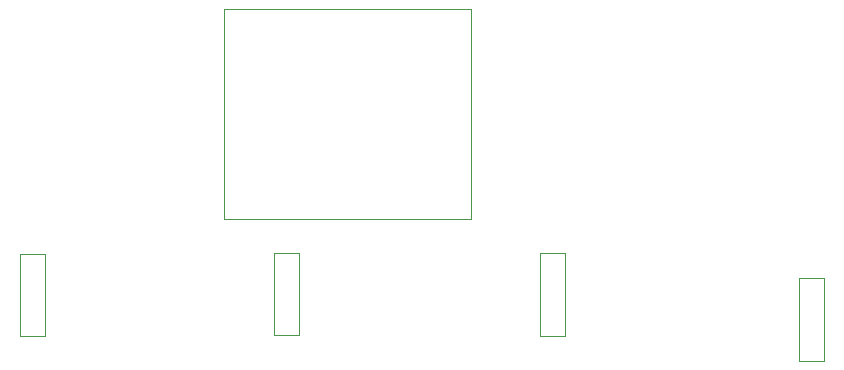
<source format=gbr>
%TF.GenerationSoftware,KiCad,Pcbnew,9.0.2*%
%TF.CreationDate,2025-07-01T17:28:42-07:00*%
%TF.ProjectId,pathfinder,70617468-6669-46e6-9465-722e6b696361,rev?*%
%TF.SameCoordinates,Original*%
%TF.FileFunction,Other,User*%
%FSLAX46Y46*%
G04 Gerber Fmt 4.6, Leading zero omitted, Abs format (unit mm)*
G04 Created by KiCad (PCBNEW 9.0.2) date 2025-07-01 17:28:42*
%MOMM*%
%LPD*%
G01*
G04 APERTURE LIST*
%ADD10C,0.050000*%
G04 APERTURE END LIST*
%TO.C,R4*%
D10*
X167980000Y-116110000D02*
X165880000Y-116110000D01*
X165880000Y-109130000D01*
X167980000Y-109130000D01*
X167980000Y-116110000D01*
%TO.C,U1*%
X138130000Y-104080000D02*
X117155000Y-104080000D01*
X117155000Y-86280000D01*
X138130000Y-86280000D01*
X138130000Y-104080000D01*
%TO.C,R1*%
X102050000Y-114030000D02*
X99950000Y-114030000D01*
X99950000Y-107050000D01*
X102050000Y-107050000D01*
X102050000Y-114030000D01*
%TO.C,R3*%
X146050000Y-113990000D02*
X143950000Y-113990000D01*
X143950000Y-107010000D01*
X146050000Y-107010000D01*
X146050000Y-113990000D01*
%TO.C,R2*%
X123550000Y-113950000D02*
X121450000Y-113950000D01*
X121450000Y-106970000D01*
X123550000Y-106970000D01*
X123550000Y-113950000D01*
%TD*%
M02*

</source>
